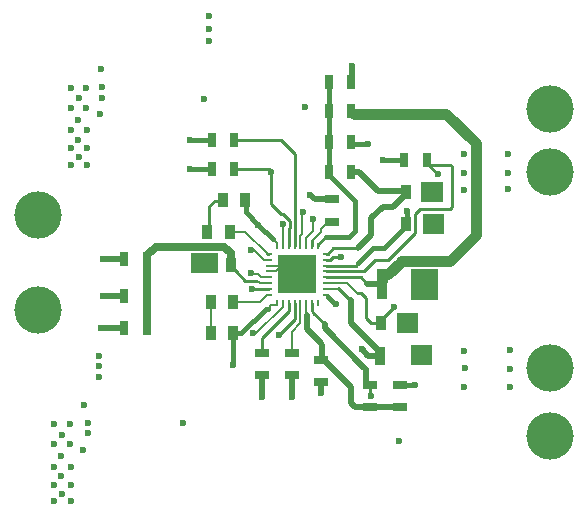
<source format=gbl>
G04*
G04 #@! TF.GenerationSoftware,Altium Limited,Altium Designer,20.0.13 (296)*
G04*
G04 Layer_Physical_Order=6*
G04 Layer_Color=16711680*
%FSLAX44Y44*%
%MOMM*%
G71*
G01*
G75*
%ADD10C,0.2000*%
%ADD12C,0.2540*%
%ADD15R,0.9000X2.5000*%
%ADD18C,0.2500*%
%ADD25C,0.4000*%
%ADD26C,0.5000*%
%ADD28C,4.0000*%
%ADD29C,0.6000*%
%ADD35C,0.7000*%
%ADD36R,0.9000X1.3000*%
%ADD37R,0.9000X1.6000*%
%ADD38R,1.3000X0.7000*%
%ADD39R,0.7000X1.3000*%
%ADD40R,0.6000X0.2300*%
%ADD41R,0.2300X0.6000*%
%ADD42R,3.3000X3.3000*%
%ADD43C,0.9000*%
%ADD44C,0.3000*%
G36*
X373000Y311000D02*
X355000D01*
Y328000D01*
X373000D01*
Y311000D01*
D02*
G37*
G36*
X374000Y284000D02*
X356000D01*
Y301000D01*
X374000D01*
Y284000D01*
D02*
G37*
G36*
X183000Y251000D02*
X160000D01*
Y267892D01*
X183000D01*
Y251000D01*
D02*
G37*
G36*
X369000Y228000D02*
X346000D01*
X346000Y254444D01*
X351570D01*
X351695Y253174D01*
X351224Y253080D01*
X350143Y252358D01*
X349420Y251276D01*
X349166Y250000D01*
Y242000D01*
X349420Y240724D01*
X350143Y239642D01*
X351224Y238920D01*
X352500Y238666D01*
X353776Y238920D01*
X354857Y239642D01*
X355580Y240724D01*
X355834Y242000D01*
Y250000D01*
X355580Y251276D01*
X354857Y252358D01*
X353776Y253080D01*
X353305Y253174D01*
X353430Y254444D01*
X369000D01*
X369000Y228000D01*
D02*
G37*
G36*
X352000Y200000D02*
X334000D01*
Y217000D01*
X352000D01*
Y200000D01*
D02*
G37*
G36*
X364000Y173000D02*
X351148D01*
X351023Y174270D01*
X351776Y174420D01*
X352858Y175142D01*
X353580Y176224D01*
X353834Y177500D01*
Y184500D01*
X353580Y185776D01*
X352858Y186857D01*
X351776Y187580D01*
X350500Y187834D01*
X349224Y187580D01*
X348143Y186857D01*
X347420Y185776D01*
X347270Y185023D01*
X346000Y185148D01*
Y190000D01*
X364000D01*
Y173000D01*
D02*
G37*
%LPC*%
G36*
X339500Y214334D02*
X338224Y214080D01*
X337142Y213358D01*
X336420Y212276D01*
X336166Y211000D01*
Y210000D01*
Y209000D01*
X336420Y207724D01*
X337142Y206642D01*
X338224Y205920D01*
X339500Y205666D01*
X340776Y205920D01*
X341857Y206642D01*
X342580Y207724D01*
X342834Y209000D01*
Y210000D01*
Y211000D01*
X342580Y212276D01*
X341857Y213358D01*
X340776Y214080D01*
X339500Y214334D01*
D02*
G37*
%LPD*%
D10*
X295500Y413000D02*
X296000Y413500D01*
X236500Y257500D02*
X240000Y261000D01*
X218100Y242500D02*
X226000D01*
X215870Y244730D02*
X218100Y242500D01*
X211000Y251000D02*
X211765Y250235D01*
X216404D01*
X218989Y247650D01*
X225850D01*
X254235Y302235D02*
X255000Y303000D01*
X254235Y283985D02*
Y302235D01*
X257500Y281074D02*
X262874Y286449D01*
X257500Y274000D02*
Y281074D01*
X262874Y286449D02*
Y296874D01*
X252500Y282250D02*
X254235Y283985D01*
X270270Y288770D02*
X276000Y294500D01*
X270270Y285833D02*
Y288770D01*
X262620Y278183D02*
X270270Y285833D01*
X214989Y200096D02*
X237350Y222457D01*
X212390Y200096D02*
X214989D01*
X274000Y242500D02*
X292050D01*
X300285Y234265D01*
X274000Y237500D02*
X285564D01*
X274000Y232500D02*
X275850D01*
X276000Y232350D01*
Y230500D02*
Y232350D01*
X280735Y225765D02*
X282235D01*
X283000Y225000D01*
X257500Y216012D02*
X257756Y215756D01*
X257500Y216012D02*
Y226000D01*
X252500Y218278D02*
Y226000D01*
X252256Y218034D02*
X252500Y218278D01*
X252256Y208566D02*
Y218034D01*
X245000Y201310D02*
X252256Y208566D01*
X231500Y252500D02*
X236500Y257500D01*
X226000Y252500D02*
X231500D01*
X226000Y257500D02*
X236500D01*
X194500Y286000D02*
X205890D01*
X224150Y267740D01*
X252500Y274000D02*
Y282250D01*
X228000Y224000D02*
X232350D01*
X225647Y221647D02*
X228000Y224000D01*
X232350D02*
X232500Y224150D01*
Y226000D01*
X229175Y279744D02*
Y279825D01*
X232350Y274150D02*
X232500Y274000D01*
X232350Y274150D02*
Y276569D01*
X229175Y279744D02*
X232350Y276569D01*
X237350Y225850D02*
X237500Y226000D01*
X237350Y222457D02*
Y225850D01*
X195500Y227000D02*
X218650D01*
X224150Y232500D02*
X226000D01*
X218650Y227000D02*
X224150Y232500D01*
X225850Y247650D02*
X226000Y247500D01*
X213485Y271000D02*
X221985Y262500D01*
X211000Y271000D02*
X213485D01*
X221985Y262500D02*
X226000D01*
X176500Y200000D02*
X176500Y200000D01*
Y227000D01*
X237500Y274000D02*
Y292500D01*
X245000Y183500D02*
Y201310D01*
D12*
X381000Y307000D02*
Y341512D01*
X379512Y343000D02*
X381000Y341512D01*
X379000Y305000D02*
X381000Y307000D01*
X361730Y343000D02*
X379512D01*
X349770Y285145D02*
Y300770D01*
X354000Y305000D01*
X379000D01*
X359500Y344000D02*
X361115Y342385D01*
X368500Y335000D01*
X359500Y344000D02*
Y347000D01*
X368500Y335000D02*
X369000D01*
X331750Y222000D02*
X332000D01*
X331500D02*
X331750D01*
X303736Y234265D02*
X308000Y230000D01*
X300285Y234265D02*
X303736D01*
X308000Y213000D02*
X312000Y209000D01*
X308000Y213000D02*
Y230000D01*
X312000Y209000D02*
X320500D01*
Y211000D01*
X331500Y222000D01*
X277774Y262500D02*
X280274Y265000D01*
X274000Y262500D02*
X274000Y262500D01*
X277774D01*
X280274Y265000D02*
X287148D01*
X280110Y272000D02*
X301000D01*
X275610Y267500D02*
X280110Y272000D01*
X274000Y267500D02*
X275610D01*
X299500Y257500D02*
X301540Y259540D01*
X274000Y257500D02*
X299500D01*
X306500Y252500D02*
X316000Y262000D01*
X274000Y252500D02*
X306500D01*
X303500Y247500D02*
X309000Y242000D01*
X274000Y247500D02*
X303500D01*
X316000Y262000D02*
X326624D01*
X337250Y260250D02*
X338750Y261750D01*
X205770Y244730D02*
X215870D01*
X248310Y288022D02*
Y351690D01*
X237867Y301000D02*
X243770Y295097D01*
Y289903D02*
Y295097D01*
X242500Y288633D02*
X243770Y289903D01*
X236000Y364000D02*
X248310Y351690D01*
X247500Y287212D02*
X248310Y288022D01*
X263526Y217474D02*
X273000Y208000D01*
X263526Y217474D02*
Y218146D01*
X262500Y219172D02*
X263526Y218146D01*
X262500Y219172D02*
Y226000D01*
X311000Y147000D02*
Y156500D01*
X294000Y229064D02*
X295000Y228064D01*
X197730Y252770D02*
X197730D01*
X205770Y244730D01*
X194500Y256000D02*
Y258000D01*
Y256000D02*
X197730Y252770D01*
X326624Y262000D02*
X349770Y285145D01*
X186500Y312000D02*
X187500Y313000D01*
X180000Y312000D02*
X186500D01*
X180000Y312000D02*
Y312000D01*
X175500Y307500D02*
X180000Y312000D01*
X175500Y286000D02*
Y307500D01*
X224150Y267740D02*
X224390Y267500D01*
X224150Y267740D02*
Y267740D01*
X262620Y274120D02*
Y278183D01*
X262500Y274000D02*
X262620Y274120D01*
X196500Y364000D02*
X236000D01*
X276500Y335500D02*
Y337000D01*
X267500Y275610D02*
X273890Y282000D01*
X267500Y274000D02*
Y275610D01*
X225500Y339000D02*
X227500Y337000D01*
Y309500D02*
Y337000D01*
Y309500D02*
X236000Y301000D01*
X237867D01*
X187500Y313000D02*
X188500Y314000D01*
X339500Y210000D02*
Y211000D01*
Y209000D02*
Y210000D01*
X224390Y267500D02*
X226000D01*
X247500Y274000D02*
Y287212D01*
X242500Y274000D02*
Y288633D01*
X247500Y212500D02*
Y226000D01*
X234000Y199000D02*
X247500Y212500D01*
X269512Y192000D02*
X271000Y190512D01*
X220000Y196160D02*
X242500Y218660D01*
X220000Y183500D02*
Y196160D01*
X242500Y218660D02*
Y226000D01*
X196500Y339000D02*
X225500D01*
X270000Y177500D02*
X271000Y178500D01*
X220000Y183500D02*
X220000Y183500D01*
X341000Y321000D02*
X342000Y320000D01*
X295500Y388000D02*
X297500Y386000D01*
X337000Y137500D02*
X337000Y137500D01*
X350500Y177500D02*
Y181000D01*
Y184500D01*
X352500Y242000D02*
Y250000D01*
X306512Y171000D02*
X308000Y169512D01*
X310230Y156500D02*
X311000D01*
X308000Y158730D02*
X310230Y156500D01*
X175500Y286000D02*
X176000Y286500D01*
X276000Y294500D02*
X279000D01*
D15*
X321500Y242000D02*
D03*
X352500D02*
D03*
D18*
X211500Y237500D02*
X226000D01*
D25*
X297500Y360000D02*
X310000D01*
X295500Y362000D02*
X297500Y360000D01*
X337000Y156500D02*
X349580D01*
X342000Y293000D02*
X343000Y294000D01*
Y304000D01*
X314000Y272000D02*
X323000D01*
X301540Y259540D02*
X314000Y272000D01*
X323000D02*
X342000Y291000D01*
Y293000D01*
X195500Y173242D02*
Y200000D01*
X202394D02*
X223491Y221097D01*
X225097D01*
X195500Y200000D02*
X202394D01*
X276000Y230500D02*
X280735Y225765D01*
X217000Y292000D02*
X229175Y279825D01*
X276500Y388000D02*
Y413000D01*
Y388000D02*
X276500Y388000D01*
Y362000D02*
Y388000D01*
Y337000D02*
Y362000D01*
Y334000D02*
Y335500D01*
Y334000D02*
X298500Y312000D01*
X294000Y282000D02*
X298500Y286500D01*
Y312000D01*
X273890Y282000D02*
X294000D01*
X206500Y302500D02*
Y313000D01*
Y302500D02*
X217000Y292000D01*
X322270Y347000D02*
X340500D01*
X159000Y339000D02*
X177500D01*
X159000Y364000D02*
X177500D01*
D26*
X296000Y413500D02*
Y426000D01*
Y413500D02*
X296000Y413500D01*
X301000Y272000D02*
X312500Y283500D01*
X309000Y242000D02*
X321500D01*
X273000Y204512D02*
Y208000D01*
Y204512D02*
X306512Y171000D01*
X270000Y149351D02*
Y158500D01*
X310036Y181000D02*
X319500D01*
X304614Y186423D02*
X310036Y181000D01*
X295000Y209000D02*
X319500Y184500D01*
X295000Y209000D02*
Y228064D01*
X342000Y318000D02*
Y320000D01*
X331000Y307000D02*
X342000Y318000D01*
X322000Y307000D02*
X331000D01*
X312500Y297500D02*
X322000Y307000D01*
X312500Y283500D02*
Y297500D01*
X257756Y203756D02*
Y215756D01*
Y203756D02*
X269512Y192000D01*
X295000Y141488D02*
Y155000D01*
X273000Y177500D02*
X274000Y176500D01*
Y176000D02*
X295000Y155000D01*
X271000Y177500D02*
X273000D01*
X274000Y176000D02*
Y176500D01*
X261000Y317000D02*
X264500Y313500D01*
X279000D01*
X271000Y178500D02*
Y190512D01*
X85000Y232000D02*
X103500D01*
X295000Y141488D02*
X298988Y137500D01*
X220000Y146000D02*
Y164500D01*
X295500Y337000D02*
X302000D01*
X318000Y321000D01*
X341000D01*
X84000Y205000D02*
X102500D01*
X85000Y263000D02*
X103500D01*
X245000Y146000D02*
Y164500D01*
X311000Y137500D02*
X337000D01*
X298988D02*
X311000D01*
X308000Y158730D02*
Y169512D01*
D28*
X464000Y171000D02*
D03*
X30000Y300000D02*
D03*
Y220000D02*
D03*
X464000Y113000D02*
D03*
Y390000D02*
D03*
Y337000D02*
D03*
D29*
X430000Y170000D02*
D03*
X428000Y322000D02*
D03*
X310000Y360000D02*
D03*
X69000Y139000D02*
D03*
X73000Y116000D02*
D03*
X44000Y123000D02*
D03*
X57000D02*
D03*
X44000Y106000D02*
D03*
X57000D02*
D03*
X51000Y114000D02*
D03*
X44000Y87000D02*
D03*
X58000D02*
D03*
X50000Y96000D02*
D03*
X44000Y72000D02*
D03*
Y58000D02*
D03*
X51000Y64000D02*
D03*
X50000Y79000D02*
D03*
X58000Y72000D02*
D03*
Y58000D02*
D03*
X72000Y343000D02*
D03*
Y357000D02*
D03*
X64000Y364000D02*
D03*
X65000Y349000D02*
D03*
X58000Y343000D02*
D03*
Y357000D02*
D03*
X64000Y381000D02*
D03*
X72000Y372000D02*
D03*
X58000D02*
D03*
X65000Y399000D02*
D03*
X71000Y391000D02*
D03*
X58000D02*
D03*
X71000Y408000D02*
D03*
X58000D02*
D03*
X84875Y408816D02*
D03*
X84884Y399000D02*
D03*
X164000Y258000D02*
D03*
Y265000D02*
D03*
X349580Y156500D02*
D03*
X361000Y177000D02*
D03*
X360617Y185000D02*
D03*
X348000Y206000D02*
D03*
Y213000D02*
D03*
X365000Y235000D02*
D03*
X370000Y289000D02*
D03*
Y297000D02*
D03*
X368000Y324000D02*
D03*
Y316000D02*
D03*
X296000Y426000D02*
D03*
X391000Y185000D02*
D03*
X392000Y171000D02*
D03*
X391000Y155000D02*
D03*
X430000D02*
D03*
Y186000D02*
D03*
X428000Y352000D02*
D03*
Y336000D02*
D03*
X391000Y321587D02*
D03*
Y336195D02*
D03*
Y352000D02*
D03*
X369000Y335000D02*
D03*
X82000Y163000D02*
D03*
Y181000D02*
D03*
X175000Y448000D02*
D03*
Y469000D02*
D03*
X85000Y232000D02*
D03*
X343000Y304000D02*
D03*
X331750Y222000D02*
D03*
X287148Y265000D02*
D03*
X82000Y172000D02*
D03*
X255000Y303000D02*
D03*
X312000Y147000D02*
D03*
X262874Y296874D02*
D03*
X270000Y149351D02*
D03*
X304614Y186423D02*
D03*
X195500Y173242D02*
D03*
X212390Y200096D02*
D03*
X73000Y124000D02*
D03*
X68078Y101203D02*
D03*
X83730Y424050D02*
D03*
X227500Y337000D02*
D03*
X217000Y292000D02*
D03*
X256000Y392000D02*
D03*
X260000Y240000D02*
D03*
Y261000D02*
D03*
X240000Y240000D02*
D03*
Y261000D02*
D03*
X261000Y317000D02*
D03*
X211000Y251000D02*
D03*
X175000Y458000D02*
D03*
X336000Y109000D02*
D03*
X171245Y398650D02*
D03*
X211000Y271000D02*
D03*
X211500Y237500D02*
D03*
X153000Y124000D02*
D03*
X83230Y385950D02*
D03*
X237500Y292500D02*
D03*
X234000Y199000D02*
D03*
X283000Y225000D02*
D03*
X220000Y146000D02*
D03*
X322270Y347000D02*
D03*
X365000Y251000D02*
D03*
X84000Y205000D02*
D03*
X85000Y263000D02*
D03*
X245000Y146000D02*
D03*
X159000Y339000D02*
D03*
Y364000D02*
D03*
D35*
X187899Y273500D02*
X193500Y267899D01*
X130000Y273500D02*
X187899D01*
X122500Y266000D02*
X130000Y273500D01*
X122500Y232000D02*
Y263000D01*
Y208000D02*
Y232000D01*
X122500Y208000D02*
X122500Y208000D01*
X122500Y205000D02*
Y208000D01*
X193500Y259000D02*
Y267899D01*
X122500Y263000D02*
Y266000D01*
D36*
X193500Y258000D02*
D03*
X176000D02*
D03*
X320500Y209000D02*
D03*
X339500D02*
D03*
X342000Y293000D02*
D03*
X361000D02*
D03*
Y320000D02*
D03*
X342000D02*
D03*
X186903Y313000D02*
D03*
X205903D02*
D03*
X195500Y200000D02*
D03*
X176500D02*
D03*
X176500Y227000D02*
D03*
X195500D02*
D03*
X192664Y286016D02*
D03*
X173664D02*
D03*
D37*
X319500Y181000D02*
D03*
X350500D02*
D03*
D38*
X311000Y156500D02*
D03*
Y137500D02*
D03*
X337000Y137500D02*
D03*
Y156500D02*
D03*
X220000Y183500D02*
D03*
Y164500D02*
D03*
X270000Y158500D02*
D03*
Y177500D02*
D03*
X279000Y313500D02*
D03*
Y294500D02*
D03*
X245000Y164500D02*
D03*
Y183500D02*
D03*
D39*
X103500Y205000D02*
D03*
X122500D02*
D03*
X122500Y232000D02*
D03*
X103500D02*
D03*
X103500Y263000D02*
D03*
X122500D02*
D03*
X359500Y347000D02*
D03*
X340500D02*
D03*
X177500Y364000D02*
D03*
X196500D02*
D03*
X177500Y339000D02*
D03*
X196500D02*
D03*
X295500Y362000D02*
D03*
X276500D02*
D03*
X295500Y388000D02*
D03*
X276500D02*
D03*
X276500Y413000D02*
D03*
X295500D02*
D03*
X295500Y337000D02*
D03*
X276500D02*
D03*
D40*
X274000Y267500D02*
D03*
Y262500D02*
D03*
Y257500D02*
D03*
Y252500D02*
D03*
Y247500D02*
D03*
Y242500D02*
D03*
Y237500D02*
D03*
Y232500D02*
D03*
X226000D02*
D03*
Y237500D02*
D03*
Y242500D02*
D03*
Y247500D02*
D03*
Y252500D02*
D03*
Y257500D02*
D03*
Y262500D02*
D03*
Y267500D02*
D03*
D41*
X267500Y226000D02*
D03*
X262500D02*
D03*
X257500D02*
D03*
X252500D02*
D03*
X247500D02*
D03*
X242500D02*
D03*
X237500D02*
D03*
X232500D02*
D03*
Y274000D02*
D03*
X237500D02*
D03*
X242500D02*
D03*
X247500D02*
D03*
X252500D02*
D03*
X257500D02*
D03*
X262500D02*
D03*
X267500D02*
D03*
D42*
X250000Y250000D02*
D03*
D43*
X321500Y244500D02*
Y250000D01*
X327000D02*
X337250Y260250D01*
X321500Y250000D02*
X327000D01*
X379000Y261000D02*
X401000Y283000D01*
X338000Y261000D02*
X379000D01*
X401000Y283000D02*
Y361000D01*
X297500Y386000D02*
X376000D01*
X401000Y361000D01*
D44*
X285564Y237500D02*
X294000Y229064D01*
M02*

</source>
